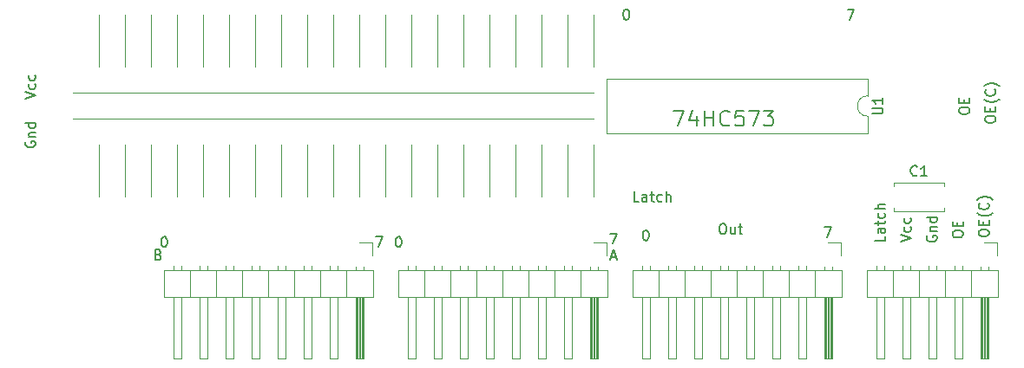
<source format=gbr>
G04 #@! TF.GenerationSoftware,KiCad,Pcbnew,(5.1.8)-1*
G04 #@! TF.CreationDate,2022-05-21T00:46:39+03:00*
G04 #@! TF.ProjectId,template,74656d70-6c61-4746-952e-6b696361645f,rev?*
G04 #@! TF.SameCoordinates,Original*
G04 #@! TF.FileFunction,Legend,Top*
G04 #@! TF.FilePolarity,Positive*
%FSLAX46Y46*%
G04 Gerber Fmt 4.6, Leading zero omitted, Abs format (unit mm)*
G04 Created by KiCad (PCBNEW (5.1.8)-1) date 2022-05-21 00:46:39*
%MOMM*%
%LPD*%
G01*
G04 APERTURE LIST*
%ADD10C,0.150000*%
%ADD11C,0.120000*%
%ADD12C,0.200000*%
G04 APERTURE END LIST*
D10*
X116927380Y-50926785D02*
X116927380Y-50736309D01*
X116975000Y-50641071D01*
X117070238Y-50545833D01*
X117260714Y-50498214D01*
X117594047Y-50498214D01*
X117784523Y-50545833D01*
X117879761Y-50641071D01*
X117927380Y-50736309D01*
X117927380Y-50926785D01*
X117879761Y-51022023D01*
X117784523Y-51117261D01*
X117594047Y-51164880D01*
X117260714Y-51164880D01*
X117070238Y-51117261D01*
X116975000Y-51022023D01*
X116927380Y-50926785D01*
X117403571Y-50069642D02*
X117403571Y-49736309D01*
X117927380Y-49593452D02*
X117927380Y-50069642D01*
X116927380Y-50069642D01*
X116927380Y-49593452D01*
X118308333Y-48879166D02*
X118260714Y-48926785D01*
X118117857Y-49022023D01*
X118022619Y-49069642D01*
X117879761Y-49117261D01*
X117641666Y-49164880D01*
X117451190Y-49164880D01*
X117213095Y-49117261D01*
X117070238Y-49069642D01*
X116975000Y-49022023D01*
X116832142Y-48926785D01*
X116784523Y-48879166D01*
X117832142Y-47926785D02*
X117879761Y-47974404D01*
X117927380Y-48117261D01*
X117927380Y-48212500D01*
X117879761Y-48355357D01*
X117784523Y-48450595D01*
X117689285Y-48498214D01*
X117498809Y-48545833D01*
X117355952Y-48545833D01*
X117165476Y-48498214D01*
X117070238Y-48450595D01*
X116975000Y-48355357D01*
X116927380Y-48212500D01*
X116927380Y-48117261D01*
X116975000Y-47974404D01*
X117022619Y-47926785D01*
X118308333Y-47593452D02*
X118260714Y-47545833D01*
X118117857Y-47450595D01*
X118022619Y-47402976D01*
X117879761Y-47355357D01*
X117641666Y-47307738D01*
X117451190Y-47307738D01*
X117213095Y-47355357D01*
X117070238Y-47402976D01*
X116975000Y-47450595D01*
X116832142Y-47545833D01*
X116784523Y-47593452D01*
X114387380Y-50077619D02*
X114387380Y-49887142D01*
X114435000Y-49791904D01*
X114530238Y-49696666D01*
X114720714Y-49649047D01*
X115054047Y-49649047D01*
X115244523Y-49696666D01*
X115339761Y-49791904D01*
X115387380Y-49887142D01*
X115387380Y-50077619D01*
X115339761Y-50172857D01*
X115244523Y-50268095D01*
X115054047Y-50315714D01*
X114720714Y-50315714D01*
X114530238Y-50268095D01*
X114435000Y-50172857D01*
X114387380Y-50077619D01*
X114863571Y-49220476D02*
X114863571Y-48887142D01*
X115387380Y-48744285D02*
X115387380Y-49220476D01*
X114387380Y-49220476D01*
X114387380Y-48744285D01*
X23312500Y-53030357D02*
X23264880Y-53125595D01*
X23264880Y-53268452D01*
X23312500Y-53411309D01*
X23407738Y-53506547D01*
X23502976Y-53554166D01*
X23693452Y-53601785D01*
X23836309Y-53601785D01*
X24026785Y-53554166D01*
X24122023Y-53506547D01*
X24217261Y-53411309D01*
X24264880Y-53268452D01*
X24264880Y-53173214D01*
X24217261Y-53030357D01*
X24169642Y-52982738D01*
X23836309Y-52982738D01*
X23836309Y-53173214D01*
X23598214Y-52554166D02*
X24264880Y-52554166D01*
X23693452Y-52554166D02*
X23645833Y-52506547D01*
X23598214Y-52411309D01*
X23598214Y-52268452D01*
X23645833Y-52173214D01*
X23741071Y-52125595D01*
X24264880Y-52125595D01*
X24264880Y-51220833D02*
X23264880Y-51220833D01*
X24217261Y-51220833D02*
X24264880Y-51316071D01*
X24264880Y-51506547D01*
X24217261Y-51601785D01*
X24169642Y-51649404D01*
X24074404Y-51697023D01*
X23788690Y-51697023D01*
X23693452Y-51649404D01*
X23645833Y-51601785D01*
X23598214Y-51506547D01*
X23598214Y-51316071D01*
X23645833Y-51220833D01*
X23264880Y-48815476D02*
X24264880Y-48482142D01*
X23264880Y-48148809D01*
X24217261Y-47386904D02*
X24264880Y-47482142D01*
X24264880Y-47672619D01*
X24217261Y-47767857D01*
X24169642Y-47815476D01*
X24074404Y-47863095D01*
X23788690Y-47863095D01*
X23693452Y-47815476D01*
X23645833Y-47767857D01*
X23598214Y-47672619D01*
X23598214Y-47482142D01*
X23645833Y-47386904D01*
X24217261Y-46529761D02*
X24264880Y-46625000D01*
X24264880Y-46815476D01*
X24217261Y-46910714D01*
X24169642Y-46958333D01*
X24074404Y-47005952D01*
X23788690Y-47005952D01*
X23693452Y-46958333D01*
X23645833Y-46910714D01*
X23598214Y-46815476D01*
X23598214Y-46625000D01*
X23645833Y-46529761D01*
X83145476Y-58872380D02*
X82669285Y-58872380D01*
X82669285Y-57872380D01*
X83907380Y-58872380D02*
X83907380Y-58348571D01*
X83859761Y-58253333D01*
X83764523Y-58205714D01*
X83574047Y-58205714D01*
X83478809Y-58253333D01*
X83907380Y-58824761D02*
X83812142Y-58872380D01*
X83574047Y-58872380D01*
X83478809Y-58824761D01*
X83431190Y-58729523D01*
X83431190Y-58634285D01*
X83478809Y-58539047D01*
X83574047Y-58491428D01*
X83812142Y-58491428D01*
X83907380Y-58443809D01*
X84240714Y-58205714D02*
X84621666Y-58205714D01*
X84383571Y-57872380D02*
X84383571Y-58729523D01*
X84431190Y-58824761D01*
X84526428Y-58872380D01*
X84621666Y-58872380D01*
X85383571Y-58824761D02*
X85288333Y-58872380D01*
X85097857Y-58872380D01*
X85002619Y-58824761D01*
X84955000Y-58777142D01*
X84907380Y-58681904D01*
X84907380Y-58396190D01*
X84955000Y-58300952D01*
X85002619Y-58253333D01*
X85097857Y-58205714D01*
X85288333Y-58205714D01*
X85383571Y-58253333D01*
X85812142Y-58872380D02*
X85812142Y-57872380D01*
X86240714Y-58872380D02*
X86240714Y-58348571D01*
X86193095Y-58253333D01*
X86097857Y-58205714D01*
X85955000Y-58205714D01*
X85859761Y-58253333D01*
X85812142Y-58300952D01*
D11*
X30480000Y-53340000D02*
X30480000Y-58420000D01*
X33020000Y-53340000D02*
X33020000Y-58420000D01*
X35560000Y-53340000D02*
X35560000Y-58420000D01*
X38100000Y-53340000D02*
X38100000Y-58420000D01*
X40640000Y-53340000D02*
X40640000Y-58420000D01*
X43180000Y-53340000D02*
X43180000Y-58420000D01*
X45720000Y-53340000D02*
X45720000Y-58420000D01*
X48260000Y-53340000D02*
X48260000Y-58420000D01*
X50800000Y-53340000D02*
X50800000Y-58420000D01*
X53340000Y-53340000D02*
X53340000Y-58420000D01*
X55880000Y-53340000D02*
X55880000Y-58420000D01*
X58420000Y-53340000D02*
X58420000Y-58420000D01*
X60960000Y-53340000D02*
X60960000Y-58420000D01*
X63500000Y-53340000D02*
X63500000Y-58420000D01*
X66040000Y-53340000D02*
X66040000Y-58420000D01*
X68580000Y-53340000D02*
X68580000Y-58420000D01*
X71120000Y-53340000D02*
X71120000Y-58420000D01*
X73660000Y-53340000D02*
X73660000Y-58420000D01*
X76200000Y-53340000D02*
X76200000Y-58420000D01*
X78740000Y-53340000D02*
X78740000Y-58420000D01*
X78740000Y-40640000D02*
X78740000Y-45720000D01*
X76200000Y-40640000D02*
X76200000Y-45720000D01*
X73660000Y-40640000D02*
X73660000Y-45720000D01*
X71120000Y-40640000D02*
X71120000Y-45720000D01*
X68580000Y-40640000D02*
X68580000Y-45720000D01*
X66040000Y-40640000D02*
X66040000Y-45720000D01*
X63500000Y-40640000D02*
X63500000Y-45720000D01*
X60960000Y-40640000D02*
X60960000Y-45720000D01*
X58420000Y-40640000D02*
X58420000Y-45720000D01*
X55880000Y-40640000D02*
X55880000Y-45720000D01*
X53340000Y-40640000D02*
X53340000Y-45720000D01*
X50800000Y-40640000D02*
X50800000Y-45720000D01*
X48260000Y-40640000D02*
X48260000Y-45720000D01*
X45720000Y-40640000D02*
X45720000Y-45720000D01*
X43180000Y-40640000D02*
X43180000Y-45720000D01*
X40640000Y-40640000D02*
X40640000Y-45720000D01*
X38100000Y-40640000D02*
X38100000Y-45720000D01*
X35560000Y-40640000D02*
X35560000Y-45720000D01*
X33020000Y-40640000D02*
X33020000Y-45720000D01*
X30480000Y-40640000D02*
X30480000Y-45720000D01*
X27940000Y-50800000D02*
X78740000Y-50800000D01*
X27940000Y-48260000D02*
X78740000Y-48260000D01*
D10*
X103489166Y-40092380D02*
X104155833Y-40092380D01*
X103727261Y-41092380D01*
X81867380Y-40092380D02*
X81962619Y-40092380D01*
X82057857Y-40140000D01*
X82105476Y-40187619D01*
X82153095Y-40282857D01*
X82200714Y-40473333D01*
X82200714Y-40711428D01*
X82153095Y-40901904D01*
X82105476Y-40997142D01*
X82057857Y-41044761D01*
X81962619Y-41092380D01*
X81867380Y-41092380D01*
X81772142Y-41044761D01*
X81724523Y-40997142D01*
X81676904Y-40901904D01*
X81629285Y-40711428D01*
X81629285Y-40473333D01*
X81676904Y-40282857D01*
X81724523Y-40187619D01*
X81772142Y-40140000D01*
X81867380Y-40092380D01*
X116292380Y-62039285D02*
X116292380Y-61848809D01*
X116340000Y-61753571D01*
X116435238Y-61658333D01*
X116625714Y-61610714D01*
X116959047Y-61610714D01*
X117149523Y-61658333D01*
X117244761Y-61753571D01*
X117292380Y-61848809D01*
X117292380Y-62039285D01*
X117244761Y-62134523D01*
X117149523Y-62229761D01*
X116959047Y-62277380D01*
X116625714Y-62277380D01*
X116435238Y-62229761D01*
X116340000Y-62134523D01*
X116292380Y-62039285D01*
X116768571Y-61182142D02*
X116768571Y-60848809D01*
X117292380Y-60705952D02*
X117292380Y-61182142D01*
X116292380Y-61182142D01*
X116292380Y-60705952D01*
X117673333Y-59991666D02*
X117625714Y-60039285D01*
X117482857Y-60134523D01*
X117387619Y-60182142D01*
X117244761Y-60229761D01*
X117006666Y-60277380D01*
X116816190Y-60277380D01*
X116578095Y-60229761D01*
X116435238Y-60182142D01*
X116340000Y-60134523D01*
X116197142Y-60039285D01*
X116149523Y-59991666D01*
X117197142Y-59039285D02*
X117244761Y-59086904D01*
X117292380Y-59229761D01*
X117292380Y-59325000D01*
X117244761Y-59467857D01*
X117149523Y-59563095D01*
X117054285Y-59610714D01*
X116863809Y-59658333D01*
X116720952Y-59658333D01*
X116530476Y-59610714D01*
X116435238Y-59563095D01*
X116340000Y-59467857D01*
X116292380Y-59325000D01*
X116292380Y-59229761D01*
X116340000Y-59086904D01*
X116387619Y-59039285D01*
X117673333Y-58705952D02*
X117625714Y-58658333D01*
X117482857Y-58563095D01*
X117387619Y-58515476D01*
X117244761Y-58467857D01*
X117006666Y-58420238D01*
X116816190Y-58420238D01*
X116578095Y-58467857D01*
X116435238Y-58515476D01*
X116340000Y-58563095D01*
X116197142Y-58658333D01*
X116149523Y-58705952D01*
X83772380Y-61682380D02*
X83867619Y-61682380D01*
X83962857Y-61730000D01*
X84010476Y-61777619D01*
X84058095Y-61872857D01*
X84105714Y-62063333D01*
X84105714Y-62301428D01*
X84058095Y-62491904D01*
X84010476Y-62587142D01*
X83962857Y-62634761D01*
X83867619Y-62682380D01*
X83772380Y-62682380D01*
X83677142Y-62634761D01*
X83629523Y-62587142D01*
X83581904Y-62491904D01*
X83534285Y-62301428D01*
X83534285Y-62063333D01*
X83581904Y-61872857D01*
X83629523Y-61777619D01*
X83677142Y-61730000D01*
X83772380Y-61682380D01*
X101266666Y-61364880D02*
X101933333Y-61364880D01*
X101504761Y-62364880D01*
X80311666Y-61999880D02*
X80978333Y-61999880D01*
X80549761Y-62999880D01*
X59642380Y-62317380D02*
X59737619Y-62317380D01*
X59832857Y-62365000D01*
X59880476Y-62412619D01*
X59928095Y-62507857D01*
X59975714Y-62698333D01*
X59975714Y-62936428D01*
X59928095Y-63126904D01*
X59880476Y-63222142D01*
X59832857Y-63269761D01*
X59737619Y-63317380D01*
X59642380Y-63317380D01*
X59547142Y-63269761D01*
X59499523Y-63222142D01*
X59451904Y-63126904D01*
X59404285Y-62936428D01*
X59404285Y-62698333D01*
X59451904Y-62507857D01*
X59499523Y-62412619D01*
X59547142Y-62365000D01*
X59642380Y-62317380D01*
X57451666Y-62317380D02*
X58118333Y-62317380D01*
X57689761Y-63317380D01*
X36782380Y-62317380D02*
X36877619Y-62317380D01*
X36972857Y-62365000D01*
X37020476Y-62412619D01*
X37068095Y-62507857D01*
X37115714Y-62698333D01*
X37115714Y-62936428D01*
X37068095Y-63126904D01*
X37020476Y-63222142D01*
X36972857Y-63269761D01*
X36877619Y-63317380D01*
X36782380Y-63317380D01*
X36687142Y-63269761D01*
X36639523Y-63222142D01*
X36591904Y-63126904D01*
X36544285Y-62936428D01*
X36544285Y-62698333D01*
X36591904Y-62507857D01*
X36639523Y-62412619D01*
X36687142Y-62365000D01*
X36782380Y-62317380D01*
X36266428Y-64063571D02*
X36409285Y-64111190D01*
X36456904Y-64158809D01*
X36504523Y-64254047D01*
X36504523Y-64396904D01*
X36456904Y-64492142D01*
X36409285Y-64539761D01*
X36314047Y-64587380D01*
X35933095Y-64587380D01*
X35933095Y-63587380D01*
X36266428Y-63587380D01*
X36361666Y-63635000D01*
X36409285Y-63682619D01*
X36456904Y-63777857D01*
X36456904Y-63873095D01*
X36409285Y-63968333D01*
X36361666Y-64015952D01*
X36266428Y-64063571D01*
X35933095Y-64063571D01*
X80406904Y-64301666D02*
X80883095Y-64301666D01*
X80311666Y-64587380D02*
X80645000Y-63587380D01*
X80978333Y-64587380D01*
X91241666Y-61047380D02*
X91432142Y-61047380D01*
X91527380Y-61095000D01*
X91622619Y-61190238D01*
X91670238Y-61380714D01*
X91670238Y-61714047D01*
X91622619Y-61904523D01*
X91527380Y-61999761D01*
X91432142Y-62047380D01*
X91241666Y-62047380D01*
X91146428Y-61999761D01*
X91051190Y-61904523D01*
X91003571Y-61714047D01*
X91003571Y-61380714D01*
X91051190Y-61190238D01*
X91146428Y-61095000D01*
X91241666Y-61047380D01*
X92527380Y-61380714D02*
X92527380Y-62047380D01*
X92098809Y-61380714D02*
X92098809Y-61904523D01*
X92146428Y-61999761D01*
X92241666Y-62047380D01*
X92384523Y-62047380D01*
X92479761Y-61999761D01*
X92527380Y-61952142D01*
X92860714Y-61380714D02*
X93241666Y-61380714D01*
X93003571Y-61047380D02*
X93003571Y-61904523D01*
X93051190Y-61999761D01*
X93146428Y-62047380D01*
X93241666Y-62047380D01*
X107132380Y-62269523D02*
X107132380Y-62745714D01*
X106132380Y-62745714D01*
X107132380Y-61507619D02*
X106608571Y-61507619D01*
X106513333Y-61555238D01*
X106465714Y-61650476D01*
X106465714Y-61840952D01*
X106513333Y-61936190D01*
X107084761Y-61507619D02*
X107132380Y-61602857D01*
X107132380Y-61840952D01*
X107084761Y-61936190D01*
X106989523Y-61983809D01*
X106894285Y-61983809D01*
X106799047Y-61936190D01*
X106751428Y-61840952D01*
X106751428Y-61602857D01*
X106703809Y-61507619D01*
X106465714Y-61174285D02*
X106465714Y-60793333D01*
X106132380Y-61031428D02*
X106989523Y-61031428D01*
X107084761Y-60983809D01*
X107132380Y-60888571D01*
X107132380Y-60793333D01*
X107084761Y-60031428D02*
X107132380Y-60126666D01*
X107132380Y-60317142D01*
X107084761Y-60412380D01*
X107037142Y-60460000D01*
X106941904Y-60507619D01*
X106656190Y-60507619D01*
X106560952Y-60460000D01*
X106513333Y-60412380D01*
X106465714Y-60317142D01*
X106465714Y-60126666D01*
X106513333Y-60031428D01*
X107132380Y-59602857D02*
X106132380Y-59602857D01*
X107132380Y-59174285D02*
X106608571Y-59174285D01*
X106513333Y-59221904D01*
X106465714Y-59317142D01*
X106465714Y-59460000D01*
X106513333Y-59555238D01*
X106560952Y-59602857D01*
X113752380Y-62142619D02*
X113752380Y-61952142D01*
X113800000Y-61856904D01*
X113895238Y-61761666D01*
X114085714Y-61714047D01*
X114419047Y-61714047D01*
X114609523Y-61761666D01*
X114704761Y-61856904D01*
X114752380Y-61952142D01*
X114752380Y-62142619D01*
X114704761Y-62237857D01*
X114609523Y-62333095D01*
X114419047Y-62380714D01*
X114085714Y-62380714D01*
X113895238Y-62333095D01*
X113800000Y-62237857D01*
X113752380Y-62142619D01*
X114228571Y-61285476D02*
X114228571Y-60952142D01*
X114752380Y-60809285D02*
X114752380Y-61285476D01*
X113752380Y-61285476D01*
X113752380Y-60809285D01*
X108672380Y-62785476D02*
X109672380Y-62452142D01*
X108672380Y-62118809D01*
X109624761Y-61356904D02*
X109672380Y-61452142D01*
X109672380Y-61642619D01*
X109624761Y-61737857D01*
X109577142Y-61785476D01*
X109481904Y-61833095D01*
X109196190Y-61833095D01*
X109100952Y-61785476D01*
X109053333Y-61737857D01*
X109005714Y-61642619D01*
X109005714Y-61452142D01*
X109053333Y-61356904D01*
X109624761Y-60499761D02*
X109672380Y-60595000D01*
X109672380Y-60785476D01*
X109624761Y-60880714D01*
X109577142Y-60928333D01*
X109481904Y-60975952D01*
X109196190Y-60975952D01*
X109100952Y-60928333D01*
X109053333Y-60880714D01*
X109005714Y-60785476D01*
X109005714Y-60595000D01*
X109053333Y-60499761D01*
X111260000Y-62237857D02*
X111212380Y-62333095D01*
X111212380Y-62475952D01*
X111260000Y-62618809D01*
X111355238Y-62714047D01*
X111450476Y-62761666D01*
X111640952Y-62809285D01*
X111783809Y-62809285D01*
X111974285Y-62761666D01*
X112069523Y-62714047D01*
X112164761Y-62618809D01*
X112212380Y-62475952D01*
X112212380Y-62380714D01*
X112164761Y-62237857D01*
X112117142Y-62190238D01*
X111783809Y-62190238D01*
X111783809Y-62380714D01*
X111545714Y-61761666D02*
X112212380Y-61761666D01*
X111640952Y-61761666D02*
X111593333Y-61714047D01*
X111545714Y-61618809D01*
X111545714Y-61475952D01*
X111593333Y-61380714D01*
X111688571Y-61333095D01*
X112212380Y-61333095D01*
X112212380Y-60428333D02*
X111212380Y-60428333D01*
X112164761Y-60428333D02*
X112212380Y-60523571D01*
X112212380Y-60714047D01*
X112164761Y-60809285D01*
X112117142Y-60856904D01*
X112021904Y-60904523D01*
X111736190Y-60904523D01*
X111640952Y-60856904D01*
X111593333Y-60809285D01*
X111545714Y-60714047D01*
X111545714Y-60523571D01*
X111593333Y-60428333D01*
D12*
X86547142Y-49978571D02*
X87547142Y-49978571D01*
X86904285Y-51478571D01*
X88761428Y-50478571D02*
X88761428Y-51478571D01*
X88404285Y-49907142D02*
X88047142Y-50978571D01*
X88975714Y-50978571D01*
X89547142Y-51478571D02*
X89547142Y-49978571D01*
X89547142Y-50692857D02*
X90404285Y-50692857D01*
X90404285Y-51478571D02*
X90404285Y-49978571D01*
X91975714Y-51335714D02*
X91904285Y-51407142D01*
X91690000Y-51478571D01*
X91547142Y-51478571D01*
X91332857Y-51407142D01*
X91190000Y-51264285D01*
X91118571Y-51121428D01*
X91047142Y-50835714D01*
X91047142Y-50621428D01*
X91118571Y-50335714D01*
X91190000Y-50192857D01*
X91332857Y-50050000D01*
X91547142Y-49978571D01*
X91690000Y-49978571D01*
X91904285Y-50050000D01*
X91975714Y-50121428D01*
X93332857Y-49978571D02*
X92618571Y-49978571D01*
X92547142Y-50692857D01*
X92618571Y-50621428D01*
X92761428Y-50550000D01*
X93118571Y-50550000D01*
X93261428Y-50621428D01*
X93332857Y-50692857D01*
X93404285Y-50835714D01*
X93404285Y-51192857D01*
X93332857Y-51335714D01*
X93261428Y-51407142D01*
X93118571Y-51478571D01*
X92761428Y-51478571D01*
X92618571Y-51407142D01*
X92547142Y-51335714D01*
X93904285Y-49978571D02*
X94904285Y-49978571D01*
X94261428Y-51478571D01*
X95332857Y-49978571D02*
X96261428Y-49978571D01*
X95761428Y-50550000D01*
X95975714Y-50550000D01*
X96118571Y-50621428D01*
X96190000Y-50692857D01*
X96261428Y-50835714D01*
X96261428Y-51192857D01*
X96190000Y-51335714D01*
X96118571Y-51407142D01*
X95975714Y-51478571D01*
X95547142Y-51478571D01*
X95404285Y-51407142D01*
X95332857Y-51335714D01*
D11*
X102930000Y-65575000D02*
X82490000Y-65575000D01*
X82490000Y-65575000D02*
X82490000Y-68235000D01*
X82490000Y-68235000D02*
X102930000Y-68235000D01*
X102930000Y-68235000D02*
X102930000Y-65575000D01*
X101980000Y-68235000D02*
X101980000Y-74235000D01*
X101980000Y-74235000D02*
X101220000Y-74235000D01*
X101220000Y-74235000D02*
X101220000Y-68235000D01*
X101920000Y-68235000D02*
X101920000Y-74235000D01*
X101800000Y-68235000D02*
X101800000Y-74235000D01*
X101680000Y-68235000D02*
X101680000Y-74235000D01*
X101560000Y-68235000D02*
X101560000Y-74235000D01*
X101440000Y-68235000D02*
X101440000Y-74235000D01*
X101320000Y-68235000D02*
X101320000Y-74235000D01*
X101980000Y-65245000D02*
X101980000Y-65575000D01*
X101220000Y-65245000D02*
X101220000Y-65575000D01*
X100330000Y-65575000D02*
X100330000Y-68235000D01*
X99440000Y-68235000D02*
X99440000Y-74235000D01*
X99440000Y-74235000D02*
X98680000Y-74235000D01*
X98680000Y-74235000D02*
X98680000Y-68235000D01*
X99440000Y-65177929D02*
X99440000Y-65575000D01*
X98680000Y-65177929D02*
X98680000Y-65575000D01*
X97790000Y-65575000D02*
X97790000Y-68235000D01*
X96900000Y-68235000D02*
X96900000Y-74235000D01*
X96900000Y-74235000D02*
X96140000Y-74235000D01*
X96140000Y-74235000D02*
X96140000Y-68235000D01*
X96900000Y-65177929D02*
X96900000Y-65575000D01*
X96140000Y-65177929D02*
X96140000Y-65575000D01*
X95250000Y-65575000D02*
X95250000Y-68235000D01*
X94360000Y-68235000D02*
X94360000Y-74235000D01*
X94360000Y-74235000D02*
X93600000Y-74235000D01*
X93600000Y-74235000D02*
X93600000Y-68235000D01*
X94360000Y-65177929D02*
X94360000Y-65575000D01*
X93600000Y-65177929D02*
X93600000Y-65575000D01*
X92710000Y-65575000D02*
X92710000Y-68235000D01*
X91820000Y-68235000D02*
X91820000Y-74235000D01*
X91820000Y-74235000D02*
X91060000Y-74235000D01*
X91060000Y-74235000D02*
X91060000Y-68235000D01*
X91820000Y-65177929D02*
X91820000Y-65575000D01*
X91060000Y-65177929D02*
X91060000Y-65575000D01*
X90170000Y-65575000D02*
X90170000Y-68235000D01*
X89280000Y-68235000D02*
X89280000Y-74235000D01*
X89280000Y-74235000D02*
X88520000Y-74235000D01*
X88520000Y-74235000D02*
X88520000Y-68235000D01*
X89280000Y-65177929D02*
X89280000Y-65575000D01*
X88520000Y-65177929D02*
X88520000Y-65575000D01*
X87630000Y-65575000D02*
X87630000Y-68235000D01*
X86740000Y-68235000D02*
X86740000Y-74235000D01*
X86740000Y-74235000D02*
X85980000Y-74235000D01*
X85980000Y-74235000D02*
X85980000Y-68235000D01*
X86740000Y-65177929D02*
X86740000Y-65575000D01*
X85980000Y-65177929D02*
X85980000Y-65575000D01*
X85090000Y-65575000D02*
X85090000Y-68235000D01*
X84200000Y-68235000D02*
X84200000Y-74235000D01*
X84200000Y-74235000D02*
X83440000Y-74235000D01*
X83440000Y-74235000D02*
X83440000Y-68235000D01*
X84200000Y-65177929D02*
X84200000Y-65575000D01*
X83440000Y-65177929D02*
X83440000Y-65575000D01*
X101600000Y-62865000D02*
X102870000Y-62865000D01*
X102870000Y-62865000D02*
X102870000Y-64135000D01*
X80070000Y-65575000D02*
X59630000Y-65575000D01*
X59630000Y-65575000D02*
X59630000Y-68235000D01*
X59630000Y-68235000D02*
X80070000Y-68235000D01*
X80070000Y-68235000D02*
X80070000Y-65575000D01*
X79120000Y-68235000D02*
X79120000Y-74235000D01*
X79120000Y-74235000D02*
X78360000Y-74235000D01*
X78360000Y-74235000D02*
X78360000Y-68235000D01*
X79060000Y-68235000D02*
X79060000Y-74235000D01*
X78940000Y-68235000D02*
X78940000Y-74235000D01*
X78820000Y-68235000D02*
X78820000Y-74235000D01*
X78700000Y-68235000D02*
X78700000Y-74235000D01*
X78580000Y-68235000D02*
X78580000Y-74235000D01*
X78460000Y-68235000D02*
X78460000Y-74235000D01*
X79120000Y-65245000D02*
X79120000Y-65575000D01*
X78360000Y-65245000D02*
X78360000Y-65575000D01*
X77470000Y-65575000D02*
X77470000Y-68235000D01*
X76580000Y-68235000D02*
X76580000Y-74235000D01*
X76580000Y-74235000D02*
X75820000Y-74235000D01*
X75820000Y-74235000D02*
X75820000Y-68235000D01*
X76580000Y-65177929D02*
X76580000Y-65575000D01*
X75820000Y-65177929D02*
X75820000Y-65575000D01*
X74930000Y-65575000D02*
X74930000Y-68235000D01*
X74040000Y-68235000D02*
X74040000Y-74235000D01*
X74040000Y-74235000D02*
X73280000Y-74235000D01*
X73280000Y-74235000D02*
X73280000Y-68235000D01*
X74040000Y-65177929D02*
X74040000Y-65575000D01*
X73280000Y-65177929D02*
X73280000Y-65575000D01*
X72390000Y-65575000D02*
X72390000Y-68235000D01*
X71500000Y-68235000D02*
X71500000Y-74235000D01*
X71500000Y-74235000D02*
X70740000Y-74235000D01*
X70740000Y-74235000D02*
X70740000Y-68235000D01*
X71500000Y-65177929D02*
X71500000Y-65575000D01*
X70740000Y-65177929D02*
X70740000Y-65575000D01*
X69850000Y-65575000D02*
X69850000Y-68235000D01*
X68960000Y-68235000D02*
X68960000Y-74235000D01*
X68960000Y-74235000D02*
X68200000Y-74235000D01*
X68200000Y-74235000D02*
X68200000Y-68235000D01*
X68960000Y-65177929D02*
X68960000Y-65575000D01*
X68200000Y-65177929D02*
X68200000Y-65575000D01*
X67310000Y-65575000D02*
X67310000Y-68235000D01*
X66420000Y-68235000D02*
X66420000Y-74235000D01*
X66420000Y-74235000D02*
X65660000Y-74235000D01*
X65660000Y-74235000D02*
X65660000Y-68235000D01*
X66420000Y-65177929D02*
X66420000Y-65575000D01*
X65660000Y-65177929D02*
X65660000Y-65575000D01*
X64770000Y-65575000D02*
X64770000Y-68235000D01*
X63880000Y-68235000D02*
X63880000Y-74235000D01*
X63880000Y-74235000D02*
X63120000Y-74235000D01*
X63120000Y-74235000D02*
X63120000Y-68235000D01*
X63880000Y-65177929D02*
X63880000Y-65575000D01*
X63120000Y-65177929D02*
X63120000Y-65575000D01*
X62230000Y-65575000D02*
X62230000Y-68235000D01*
X61340000Y-68235000D02*
X61340000Y-74235000D01*
X61340000Y-74235000D02*
X60580000Y-74235000D01*
X60580000Y-74235000D02*
X60580000Y-68235000D01*
X61340000Y-65177929D02*
X61340000Y-65575000D01*
X60580000Y-65177929D02*
X60580000Y-65575000D01*
X78740000Y-62865000D02*
X80010000Y-62865000D01*
X80010000Y-62865000D02*
X80010000Y-64135000D01*
X57210000Y-65575000D02*
X36770000Y-65575000D01*
X36770000Y-65575000D02*
X36770000Y-68235000D01*
X36770000Y-68235000D02*
X57210000Y-68235000D01*
X57210000Y-68235000D02*
X57210000Y-65575000D01*
X56260000Y-68235000D02*
X56260000Y-74235000D01*
X56260000Y-74235000D02*
X55500000Y-74235000D01*
X55500000Y-74235000D02*
X55500000Y-68235000D01*
X56200000Y-68235000D02*
X56200000Y-74235000D01*
X56080000Y-68235000D02*
X56080000Y-74235000D01*
X55960000Y-68235000D02*
X55960000Y-74235000D01*
X55840000Y-68235000D02*
X55840000Y-74235000D01*
X55720000Y-68235000D02*
X55720000Y-74235000D01*
X55600000Y-68235000D02*
X55600000Y-74235000D01*
X56260000Y-65245000D02*
X56260000Y-65575000D01*
X55500000Y-65245000D02*
X55500000Y-65575000D01*
X54610000Y-65575000D02*
X54610000Y-68235000D01*
X53720000Y-68235000D02*
X53720000Y-74235000D01*
X53720000Y-74235000D02*
X52960000Y-74235000D01*
X52960000Y-74235000D02*
X52960000Y-68235000D01*
X53720000Y-65177929D02*
X53720000Y-65575000D01*
X52960000Y-65177929D02*
X52960000Y-65575000D01*
X52070000Y-65575000D02*
X52070000Y-68235000D01*
X51180000Y-68235000D02*
X51180000Y-74235000D01*
X51180000Y-74235000D02*
X50420000Y-74235000D01*
X50420000Y-74235000D02*
X50420000Y-68235000D01*
X51180000Y-65177929D02*
X51180000Y-65575000D01*
X50420000Y-65177929D02*
X50420000Y-65575000D01*
X49530000Y-65575000D02*
X49530000Y-68235000D01*
X48640000Y-68235000D02*
X48640000Y-74235000D01*
X48640000Y-74235000D02*
X47880000Y-74235000D01*
X47880000Y-74235000D02*
X47880000Y-68235000D01*
X48640000Y-65177929D02*
X48640000Y-65575000D01*
X47880000Y-65177929D02*
X47880000Y-65575000D01*
X46990000Y-65575000D02*
X46990000Y-68235000D01*
X46100000Y-68235000D02*
X46100000Y-74235000D01*
X46100000Y-74235000D02*
X45340000Y-74235000D01*
X45340000Y-74235000D02*
X45340000Y-68235000D01*
X46100000Y-65177929D02*
X46100000Y-65575000D01*
X45340000Y-65177929D02*
X45340000Y-65575000D01*
X44450000Y-65575000D02*
X44450000Y-68235000D01*
X43560000Y-68235000D02*
X43560000Y-74235000D01*
X43560000Y-74235000D02*
X42800000Y-74235000D01*
X42800000Y-74235000D02*
X42800000Y-68235000D01*
X43560000Y-65177929D02*
X43560000Y-65575000D01*
X42800000Y-65177929D02*
X42800000Y-65575000D01*
X41910000Y-65575000D02*
X41910000Y-68235000D01*
X41020000Y-68235000D02*
X41020000Y-74235000D01*
X41020000Y-74235000D02*
X40260000Y-74235000D01*
X40260000Y-74235000D02*
X40260000Y-68235000D01*
X41020000Y-65177929D02*
X41020000Y-65575000D01*
X40260000Y-65177929D02*
X40260000Y-65575000D01*
X39370000Y-65575000D02*
X39370000Y-68235000D01*
X38480000Y-68235000D02*
X38480000Y-74235000D01*
X38480000Y-74235000D02*
X37720000Y-74235000D01*
X37720000Y-74235000D02*
X37720000Y-68235000D01*
X38480000Y-65177929D02*
X38480000Y-65575000D01*
X37720000Y-65177929D02*
X37720000Y-65575000D01*
X55880000Y-62865000D02*
X57150000Y-62865000D01*
X57150000Y-62865000D02*
X57150000Y-64135000D01*
X112920000Y-59475000D02*
X112920000Y-59790000D01*
X112920000Y-57050000D02*
X112920000Y-57365000D01*
X107980000Y-59475000D02*
X107980000Y-59790000D01*
X107980000Y-57050000D02*
X107980000Y-57365000D01*
X107980000Y-59790000D02*
X112920000Y-59790000D01*
X107980000Y-57050000D02*
X112920000Y-57050000D01*
X105470000Y-52180000D02*
X105470000Y-50530000D01*
X79950000Y-52180000D02*
X105470000Y-52180000D01*
X79950000Y-46880000D02*
X79950000Y-52180000D01*
X105470000Y-46880000D02*
X79950000Y-46880000D01*
X105470000Y-48530000D02*
X105470000Y-46880000D01*
X105470000Y-50530000D02*
G75*
G02*
X105470000Y-48530000I0J1000000D01*
G01*
X118110000Y-62865000D02*
X118110000Y-64135000D01*
X116840000Y-62865000D02*
X118110000Y-62865000D01*
X106300000Y-65177929D02*
X106300000Y-65575000D01*
X107060000Y-65177929D02*
X107060000Y-65575000D01*
X106300000Y-74235000D02*
X106300000Y-68235000D01*
X107060000Y-74235000D02*
X106300000Y-74235000D01*
X107060000Y-68235000D02*
X107060000Y-74235000D01*
X107950000Y-65575000D02*
X107950000Y-68235000D01*
X108840000Y-65177929D02*
X108840000Y-65575000D01*
X109600000Y-65177929D02*
X109600000Y-65575000D01*
X108840000Y-74235000D02*
X108840000Y-68235000D01*
X109600000Y-74235000D02*
X108840000Y-74235000D01*
X109600000Y-68235000D02*
X109600000Y-74235000D01*
X110490000Y-65575000D02*
X110490000Y-68235000D01*
X111380000Y-65177929D02*
X111380000Y-65575000D01*
X112140000Y-65177929D02*
X112140000Y-65575000D01*
X111380000Y-74235000D02*
X111380000Y-68235000D01*
X112140000Y-74235000D02*
X111380000Y-74235000D01*
X112140000Y-68235000D02*
X112140000Y-74235000D01*
X113030000Y-65575000D02*
X113030000Y-68235000D01*
X113920000Y-65177929D02*
X113920000Y-65575000D01*
X114680000Y-65177929D02*
X114680000Y-65575000D01*
X113920000Y-74235000D02*
X113920000Y-68235000D01*
X114680000Y-74235000D02*
X113920000Y-74235000D01*
X114680000Y-68235000D02*
X114680000Y-74235000D01*
X115570000Y-65575000D02*
X115570000Y-68235000D01*
X116460000Y-65245000D02*
X116460000Y-65575000D01*
X117220000Y-65245000D02*
X117220000Y-65575000D01*
X116560000Y-68235000D02*
X116560000Y-74235000D01*
X116680000Y-68235000D02*
X116680000Y-74235000D01*
X116800000Y-68235000D02*
X116800000Y-74235000D01*
X116920000Y-68235000D02*
X116920000Y-74235000D01*
X117040000Y-68235000D02*
X117040000Y-74235000D01*
X117160000Y-68235000D02*
X117160000Y-74235000D01*
X116460000Y-74235000D02*
X116460000Y-68235000D01*
X117220000Y-74235000D02*
X116460000Y-74235000D01*
X117220000Y-68235000D02*
X117220000Y-74235000D01*
X118170000Y-68235000D02*
X118170000Y-65575000D01*
X105350000Y-68235000D02*
X118170000Y-68235000D01*
X105350000Y-65575000D02*
X105350000Y-68235000D01*
X118170000Y-65575000D02*
X105350000Y-65575000D01*
D10*
X110283333Y-56277142D02*
X110235714Y-56324761D01*
X110092857Y-56372380D01*
X109997619Y-56372380D01*
X109854761Y-56324761D01*
X109759523Y-56229523D01*
X109711904Y-56134285D01*
X109664285Y-55943809D01*
X109664285Y-55800952D01*
X109711904Y-55610476D01*
X109759523Y-55515238D01*
X109854761Y-55420000D01*
X109997619Y-55372380D01*
X110092857Y-55372380D01*
X110235714Y-55420000D01*
X110283333Y-55467619D01*
X111235714Y-56372380D02*
X110664285Y-56372380D01*
X110950000Y-56372380D02*
X110950000Y-55372380D01*
X110854761Y-55515238D01*
X110759523Y-55610476D01*
X110664285Y-55658095D01*
X105922380Y-50291904D02*
X106731904Y-50291904D01*
X106827142Y-50244285D01*
X106874761Y-50196666D01*
X106922380Y-50101428D01*
X106922380Y-49910952D01*
X106874761Y-49815714D01*
X106827142Y-49768095D01*
X106731904Y-49720476D01*
X105922380Y-49720476D01*
X106922380Y-48720476D02*
X106922380Y-49291904D01*
X106922380Y-49006190D02*
X105922380Y-49006190D01*
X106065238Y-49101428D01*
X106160476Y-49196666D01*
X106208095Y-49291904D01*
M02*

</source>
